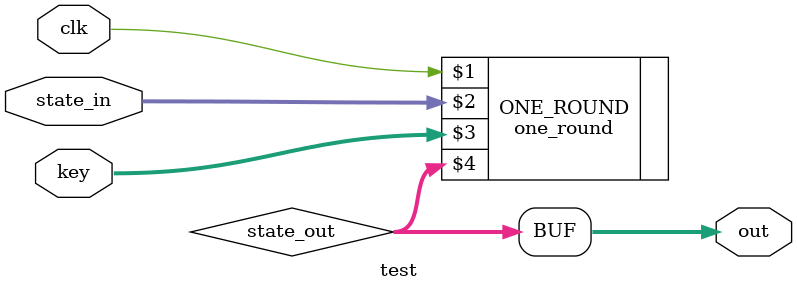
<source format=v>
`include "round.v"
`include "table.v"

module test(
	input  wire         clk, 
	input  wire [127:0] state_in,
	input  wire [127:0] key,
	output reg  [127:0] out
);

wire [127:0] state_out;

one_round ONE_ROUND(clk, state_in, key, state_out);

always @(*) begin
	out = state_out;
end

endmodule


</source>
